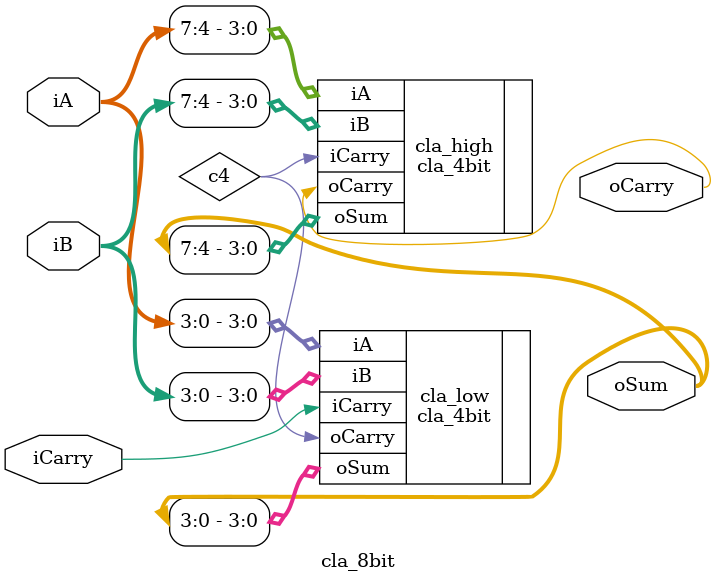
<source format=v>
`timescale 1ns / 1ps

 
module cla_8bit(
    input wire [7:0] iA, iB,
    input wire iCarry,
    output wire [7:0] oSum,
    output wire oCarry
);
    // Carry between blocks
    wire c4;
    
    cla_4bit cla_low(
        .iA(iA[3:0]),
        .iB(iB[3:0]),
        .iCarry(iCarry),
        .oSum(oSum[3:0]),
        .oCarry(c4)  
    );
    
    cla_4bit cla_high(
        .iA(iA[7:4]),
        .iB(iB[7:4]),
        .iCarry(c4), 
        .oSum(oSum[7:4]),
        .oCarry(oCarry)
    );
endmodule
</source>
